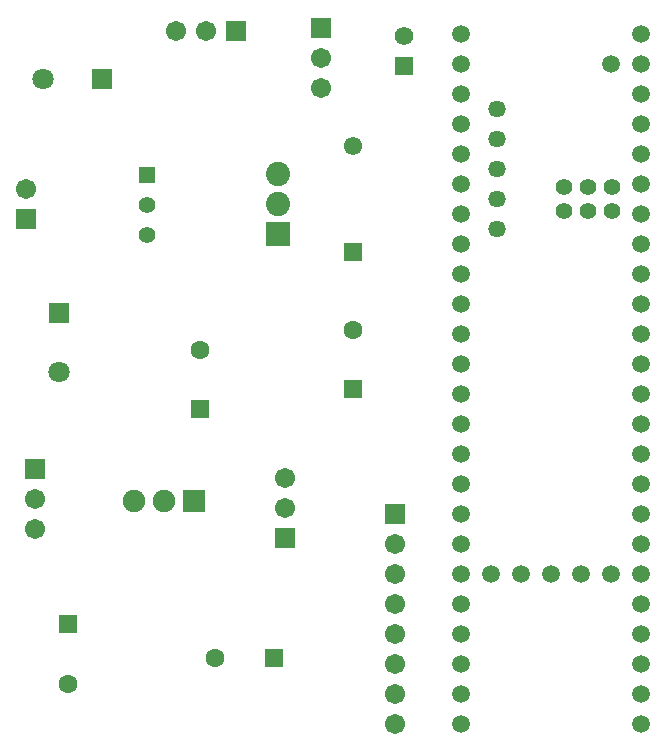
<source format=gbs>
G04*
G04 #@! TF.GenerationSoftware,Altium Limited,Altium Designer,22.8.2 (66)*
G04*
G04 Layer_Color=16711935*
%FSLAX25Y25*%
%MOIN*%
G70*
G04*
G04 #@! TF.SameCoordinates,013CEF1E-E844-4C8F-9221-5B29E727AB2A*
G04*
G04*
G04 #@! TF.FilePolarity,Negative*
G04*
G01*
G75*
%ADD14C,0.06312*%
%ADD15R,0.06312X0.06312*%
%ADD16C,0.05524*%
%ADD17R,0.05524X0.05524*%
%ADD18R,0.06181X0.06181*%
%ADD19C,0.06181*%
%ADD20C,0.05950*%
%ADD21C,0.05753*%
%ADD22C,0.05556*%
%ADD23R,0.07099X0.07099*%
%ADD24C,0.07099*%
%ADD25R,0.06312X0.06312*%
%ADD26R,0.06706X0.06706*%
%ADD27C,0.06706*%
%ADD28R,0.06706X0.06706*%
%ADD29C,0.07493*%
%ADD30R,0.07493X0.07493*%
%ADD31R,0.07099X0.07099*%
%ADD32C,0.08071*%
%ADD33R,0.08071X0.08071*%
%ADD34R,0.06115X0.06115*%
%ADD35C,0.06115*%
D14*
X26000Y22500D02*
D03*
X121000Y140342D02*
D03*
X70000Y133843D02*
D03*
X75157Y31000D02*
D03*
D15*
X26000Y42185D02*
D03*
X121000Y120658D02*
D03*
X70000Y114157D02*
D03*
D16*
X52500Y172000D02*
D03*
Y182000D02*
D03*
D17*
Y192000D02*
D03*
D18*
X138000Y228500D02*
D03*
D19*
Y238500D02*
D03*
D20*
X216894Y89063D02*
D03*
Y79063D02*
D03*
Y69063D02*
D03*
Y59063D02*
D03*
Y49063D02*
D03*
Y39063D02*
D03*
Y29063D02*
D03*
Y19063D02*
D03*
Y9063D02*
D03*
X156894D02*
D03*
Y19063D02*
D03*
Y29063D02*
D03*
Y39063D02*
D03*
Y49063D02*
D03*
Y59063D02*
D03*
Y69063D02*
D03*
Y79063D02*
D03*
Y89063D02*
D03*
X216894Y239063D02*
D03*
Y229063D02*
D03*
Y219063D02*
D03*
Y209063D02*
D03*
Y199063D02*
D03*
Y189063D02*
D03*
Y179063D02*
D03*
Y169063D02*
D03*
Y159063D02*
D03*
Y149063D02*
D03*
Y139063D02*
D03*
Y129063D02*
D03*
Y119063D02*
D03*
Y109063D02*
D03*
X156894Y99063D02*
D03*
Y109063D02*
D03*
Y119063D02*
D03*
Y129063D02*
D03*
Y139063D02*
D03*
Y149063D02*
D03*
Y159063D02*
D03*
Y169063D02*
D03*
Y179063D02*
D03*
Y189063D02*
D03*
Y199063D02*
D03*
Y209063D02*
D03*
Y219063D02*
D03*
X216894Y99063D02*
D03*
X196894Y59063D02*
D03*
X206894Y229063D02*
D03*
Y59063D02*
D03*
X186894D02*
D03*
X176894D02*
D03*
X166894D02*
D03*
X156894Y229063D02*
D03*
Y239063D02*
D03*
D21*
X168902Y174063D02*
D03*
Y184063D02*
D03*
Y194063D02*
D03*
Y204063D02*
D03*
Y214063D02*
D03*
D22*
X191500Y188000D02*
D03*
X199374D02*
D03*
X191500Y180126D02*
D03*
X199374D02*
D03*
X207248Y188000D02*
D03*
Y180126D02*
D03*
D23*
X23000Y146000D02*
D03*
D24*
Y126315D02*
D03*
X17658Y224000D02*
D03*
D25*
X94842Y31000D02*
D03*
D26*
X82000Y240000D02*
D03*
D27*
X72000D02*
D03*
X62000D02*
D03*
X110500Y231000D02*
D03*
Y221000D02*
D03*
X15000Y84000D02*
D03*
Y74000D02*
D03*
X98500Y81000D02*
D03*
Y91000D02*
D03*
X135000Y69000D02*
D03*
Y59000D02*
D03*
Y49000D02*
D03*
Y39000D02*
D03*
Y29000D02*
D03*
Y19000D02*
D03*
Y9000D02*
D03*
X12000Y187500D02*
D03*
D28*
X110500Y241000D02*
D03*
X15000Y94000D02*
D03*
X98500Y71000D02*
D03*
X135000Y79000D02*
D03*
X12000Y177500D02*
D03*
D29*
X48000Y83500D02*
D03*
X58000D02*
D03*
D30*
X68000D02*
D03*
D31*
X37343Y224000D02*
D03*
D32*
X96000Y192500D02*
D03*
Y182500D02*
D03*
D33*
Y172500D02*
D03*
D34*
X121000Y166284D02*
D03*
D35*
Y201716D02*
D03*
M02*

</source>
